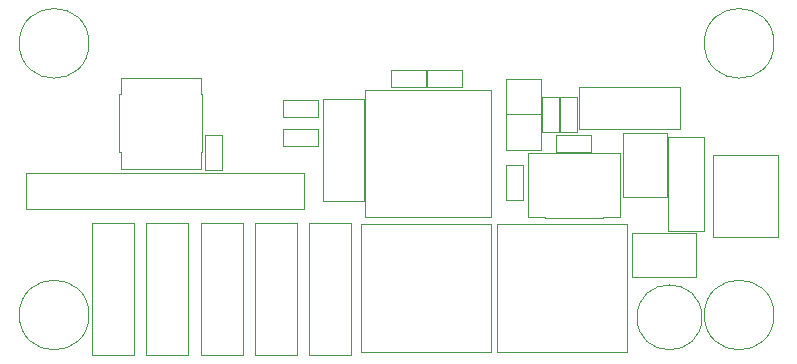
<source format=gbr>
G04 #@! TF.GenerationSoftware,KiCad,Pcbnew,9.0.3*
G04 #@! TF.CreationDate,2025-07-11T16:30:42-04:00*
G04 #@! TF.ProjectId,main,6d61696e-2e6b-4696-9361-645f70636258,rev?*
G04 #@! TF.SameCoordinates,Original*
G04 #@! TF.FileFunction,Other,User*
%FSLAX46Y46*%
G04 Gerber Fmt 4.6, Leading zero omitted, Abs format (unit mm)*
G04 Created by KiCad (PCBNEW 9.0.3) date 2025-07-11 16:30:42*
%MOMM*%
%LPD*%
G01*
G04 APERTURE LIST*
%ADD10C,0.050000*%
G04 APERTURE END LIST*
D10*
X164450000Y-73500000D02*
G75*
G02*
X158550000Y-73500000I-2950000J0D01*
G01*
X158550000Y-73500000D02*
G75*
G02*
X164450000Y-73500000I2950000J0D01*
G01*
X126230000Y-78230000D02*
X126230000Y-86850000D01*
X126230000Y-86850000D02*
X129770000Y-86850000D01*
X129770000Y-78230000D02*
X126230000Y-78230000D01*
X129770000Y-86850000D02*
X129770000Y-78230000D01*
X145995000Y-81220000D02*
X148955000Y-81220000D01*
X145995000Y-82680000D02*
X145995000Y-81220000D01*
X148955000Y-81220000D02*
X148955000Y-82680000D01*
X148955000Y-82680000D02*
X145995000Y-82680000D01*
X115910000Y-88730000D02*
X115910000Y-99890000D01*
X115910000Y-99890000D02*
X119450000Y-99890000D01*
X119450000Y-88730000D02*
X115910000Y-88730000D01*
X119450000Y-99890000D02*
X119450000Y-88730000D01*
X122845000Y-78270000D02*
X125805000Y-78270000D01*
X122845000Y-79730000D02*
X122845000Y-78270000D01*
X125805000Y-78270000D02*
X125805000Y-79730000D01*
X125805000Y-79730000D02*
X122845000Y-79730000D01*
X155350000Y-81070000D02*
X151650000Y-81070000D01*
X151650000Y-86510000D01*
X155350000Y-86510000D01*
X155350000Y-81070000D01*
X141750000Y-79500000D02*
X141750000Y-82500000D01*
X141750000Y-79500000D02*
X144750000Y-79500000D01*
X144750000Y-82500000D02*
X141750000Y-82500000D01*
X144750000Y-82500000D02*
X144750000Y-79500000D01*
X155500000Y-89420000D02*
X158500000Y-89420000D01*
X158500000Y-81420000D01*
X155500000Y-81420000D01*
X155500000Y-89420000D01*
X141770000Y-83765000D02*
X143230000Y-83765000D01*
X141770000Y-86725000D02*
X141770000Y-83765000D01*
X143230000Y-83765000D02*
X143230000Y-86725000D01*
X143230000Y-86725000D02*
X141770000Y-86725000D01*
X146320000Y-78020000D02*
X147780000Y-78020000D01*
X146320000Y-80980000D02*
X146320000Y-78020000D01*
X147780000Y-78020000D02*
X147780000Y-80980000D01*
X147780000Y-80980000D02*
X146320000Y-80980000D01*
X106450000Y-96500000D02*
G75*
G02*
X100550000Y-96500000I-2950000J0D01*
G01*
X100550000Y-96500000D02*
G75*
G02*
X106450000Y-96500000I2950000J0D01*
G01*
X111320000Y-88730000D02*
X111320000Y-99890000D01*
X111320000Y-99890000D02*
X114860000Y-99890000D01*
X114860000Y-88730000D02*
X111320000Y-88730000D01*
X114860000Y-99890000D02*
X114860000Y-88730000D01*
X106450000Y-73500000D02*
G75*
G02*
X100550000Y-73500000I-2950000J0D01*
G01*
X100550000Y-73500000D02*
G75*
G02*
X106450000Y-73500000I2950000J0D01*
G01*
X122845000Y-80770000D02*
X125805000Y-80770000D01*
X122845000Y-82230000D02*
X122845000Y-80770000D01*
X125805000Y-80770000D02*
X125805000Y-82230000D01*
X125805000Y-82230000D02*
X122845000Y-82230000D01*
X129500000Y-88790000D02*
X129500000Y-99600000D01*
X129500000Y-99600000D02*
X140500000Y-99600000D01*
X140500000Y-88790000D02*
X129500000Y-88790000D01*
X140500000Y-99600000D02*
X140500000Y-88790000D01*
X101120000Y-84440000D02*
X101120000Y-87560000D01*
X101120000Y-87560000D02*
X124640000Y-87560000D01*
X124640000Y-84440000D02*
X101120000Y-84440000D01*
X124640000Y-87560000D02*
X124640000Y-84440000D01*
X120500000Y-88730000D02*
X120500000Y-99890000D01*
X120500000Y-99890000D02*
X124040000Y-99890000D01*
X124040000Y-88730000D02*
X120500000Y-88730000D01*
X124040000Y-99890000D02*
X124040000Y-88730000D01*
X131995000Y-75770000D02*
X134955000Y-75770000D01*
X131995000Y-77230000D02*
X131995000Y-75770000D01*
X134955000Y-75770000D02*
X134955000Y-77230000D01*
X134955000Y-77230000D02*
X131995000Y-77230000D01*
X106730000Y-88730000D02*
X106730000Y-99890000D01*
X106730000Y-99890000D02*
X110270000Y-99890000D01*
X110270000Y-88730000D02*
X106730000Y-88730000D01*
X110270000Y-99890000D02*
X110270000Y-88730000D01*
X144770000Y-78020000D02*
X146230000Y-78020000D01*
X144770000Y-80980000D02*
X144770000Y-78020000D01*
X146230000Y-78020000D02*
X146230000Y-80980000D01*
X146230000Y-80980000D02*
X144770000Y-80980000D01*
X116270000Y-81295000D02*
X117730000Y-81295000D01*
X116270000Y-84255000D02*
X116270000Y-81295000D01*
X117730000Y-81295000D02*
X117730000Y-84255000D01*
X117730000Y-84255000D02*
X116270000Y-84255000D01*
X158350000Y-96700000D02*
G75*
G02*
X152850000Y-96700000I-2750000J0D01*
G01*
X152850000Y-96700000D02*
G75*
G02*
X158350000Y-96700000I2750000J0D01*
G01*
X140520000Y-88200000D02*
X129860000Y-88200000D01*
X129860000Y-77420000D01*
X140520000Y-77420000D01*
X140520000Y-88200000D01*
X141000000Y-88790000D02*
X141000000Y-99600000D01*
X141000000Y-99600000D02*
X152000000Y-99600000D01*
X152000000Y-88790000D02*
X141000000Y-88790000D01*
X152000000Y-99600000D02*
X152000000Y-88790000D01*
X159300000Y-82970000D02*
X159300000Y-89870000D01*
X159300000Y-89870000D02*
X164800000Y-89870000D01*
X164800000Y-82970000D02*
X159300000Y-82970000D01*
X164800000Y-89870000D02*
X164800000Y-82970000D01*
X109025000Y-77825000D02*
X109145000Y-77825000D01*
X109025000Y-82725000D02*
X109025000Y-77825000D01*
X109145000Y-76425000D02*
X115905000Y-76425000D01*
X109145000Y-77825000D02*
X109145000Y-76425000D01*
X109145000Y-82725000D02*
X109025000Y-82725000D01*
X109145000Y-84125000D02*
X109145000Y-82725000D01*
X115905000Y-76425000D02*
X115905000Y-77825000D01*
X115905000Y-77825000D02*
X116025000Y-77825000D01*
X115905000Y-82725000D02*
X115905000Y-84125000D01*
X115905000Y-84125000D02*
X109145000Y-84125000D01*
X116025000Y-77825000D02*
X116025000Y-82725000D01*
X116025000Y-82725000D02*
X115905000Y-82725000D01*
X164450000Y-96500000D02*
G75*
G02*
X158550000Y-96500000I-2950000J0D01*
G01*
X158550000Y-96500000D02*
G75*
G02*
X164450000Y-96500000I2950000J0D01*
G01*
X125090000Y-88730000D02*
X125090000Y-99890000D01*
X125090000Y-99890000D02*
X128630000Y-99890000D01*
X128630000Y-88730000D02*
X125090000Y-88730000D01*
X128630000Y-99890000D02*
X128630000Y-88730000D01*
X135045000Y-75770000D02*
X138005000Y-75770000D01*
X135045000Y-77230000D02*
X135045000Y-75770000D01*
X138005000Y-75770000D02*
X138005000Y-77230000D01*
X138005000Y-77230000D02*
X135045000Y-77230000D01*
X143600000Y-82770000D02*
X145050000Y-82770000D01*
X143600000Y-88230000D02*
X143600000Y-82770000D01*
X145050000Y-82750000D02*
X149950000Y-82750000D01*
X145050000Y-82770000D02*
X145050000Y-82750000D01*
X145050000Y-88230000D02*
X143600000Y-88230000D01*
X145050000Y-88250000D02*
X145050000Y-88230000D01*
X149950000Y-82750000D02*
X149950000Y-82770000D01*
X149950000Y-82770000D02*
X151400000Y-82770000D01*
X149950000Y-88230000D02*
X149950000Y-88250000D01*
X149950000Y-88250000D02*
X145050000Y-88250000D01*
X151400000Y-82770000D02*
X151400000Y-88230000D01*
X151400000Y-88230000D02*
X149950000Y-88230000D01*
X141750000Y-76500000D02*
X141750000Y-79500000D01*
X141750000Y-76500000D02*
X144750000Y-76500000D01*
X144750000Y-79500000D02*
X141750000Y-79500000D01*
X144750000Y-79500000D02*
X144750000Y-76500000D01*
X157850000Y-93270000D02*
X152410000Y-93270000D01*
X152410000Y-89570000D01*
X157850000Y-89570000D01*
X157850000Y-93270000D01*
X147900000Y-77230000D02*
X147900000Y-80770000D01*
X147900000Y-80770000D02*
X156520000Y-80770000D01*
X156520000Y-77230000D02*
X147900000Y-77230000D01*
X156520000Y-80770000D02*
X156520000Y-77230000D01*
M02*

</source>
